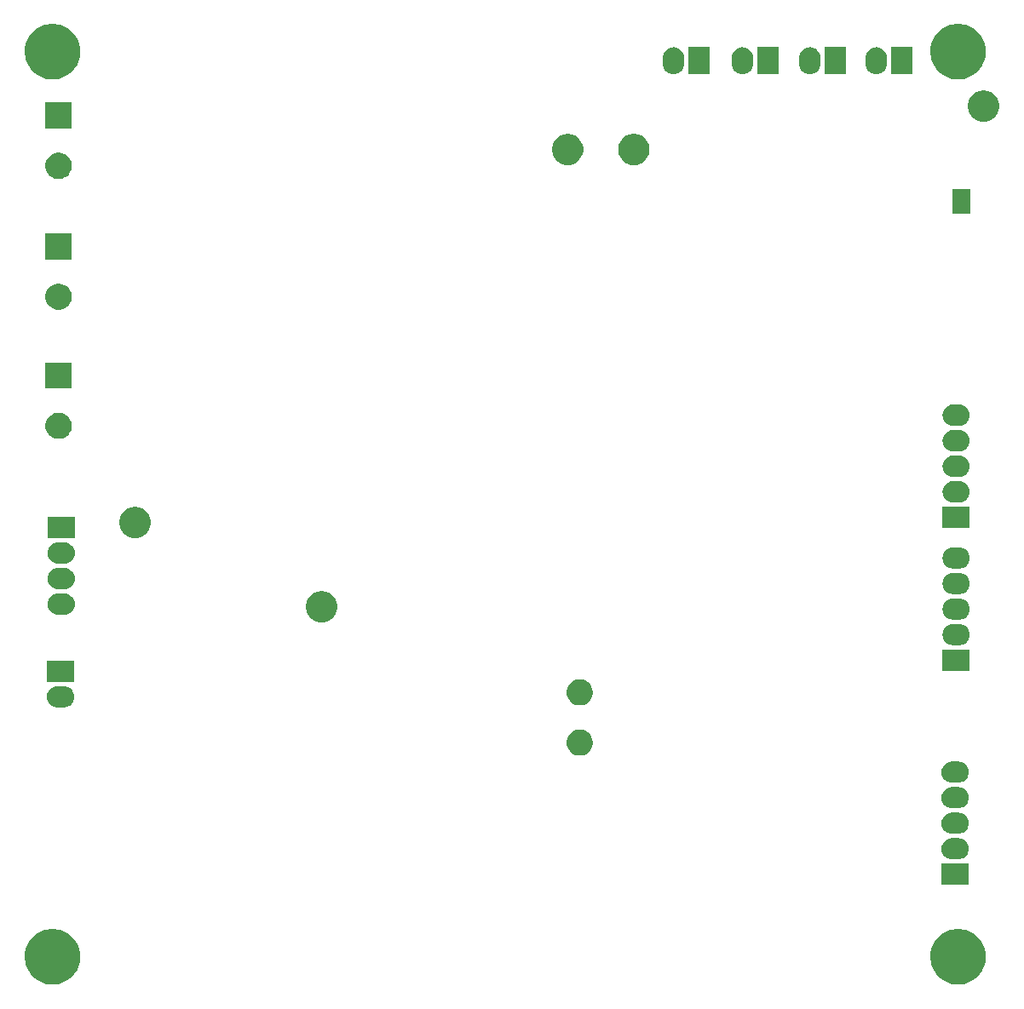
<source format=gbr>
G04 #@! TF.GenerationSoftware,KiCad,Pcbnew,5.1.0-unknown-c054944~86~ubuntu19.04.1*
G04 #@! TF.CreationDate,2019-05-13T10:23:20-04:00*
G04 #@! TF.ProjectId,BMS-Master,424d532d-4d61-4737-9465-722e6b696361,V0.2*
G04 #@! TF.SameCoordinates,Original*
G04 #@! TF.FileFunction,Soldermask,Bot*
G04 #@! TF.FilePolarity,Negative*
%FSLAX46Y46*%
G04 Gerber Fmt 4.6, Leading zero omitted, Abs format (unit mm)*
G04 Created by KiCad (PCBNEW 5.1.0-unknown-c054944~86~ubuntu19.04.1) date 2019-05-13 10:23:20*
%MOMM*%
%LPD*%
G04 APERTURE LIST*
%ADD10C,0.100000*%
G04 APERTURE END LIST*
D10*
G36*
X95536693Y-92301859D02*
G01*
X95802437Y-92354719D01*
X96303087Y-92562095D01*
X96483561Y-92682684D01*
X96753660Y-92863158D01*
X97136842Y-93246340D01*
X97317316Y-93516439D01*
X97437905Y-93696913D01*
X97571363Y-94019109D01*
X97645281Y-94197564D01*
X97751000Y-94729049D01*
X97751000Y-95270951D01*
X97715186Y-95451000D01*
X97645281Y-95802437D01*
X97437905Y-96303087D01*
X97381521Y-96387471D01*
X97136842Y-96753660D01*
X96753660Y-97136842D01*
X96490774Y-97312496D01*
X96303087Y-97437905D01*
X95802437Y-97645281D01*
X95536693Y-97698141D01*
X95270951Y-97751000D01*
X94729049Y-97751000D01*
X94463306Y-97698140D01*
X94197563Y-97645281D01*
X93696913Y-97437905D01*
X93509226Y-97312496D01*
X93246340Y-97136842D01*
X92863158Y-96753660D01*
X92618479Y-96387471D01*
X92562095Y-96303087D01*
X92354719Y-95802437D01*
X92284814Y-95451000D01*
X92249000Y-95270951D01*
X92249000Y-94729049D01*
X92354719Y-94197564D01*
X92428637Y-94019109D01*
X92562095Y-93696913D01*
X92682684Y-93516439D01*
X92863158Y-93246340D01*
X93246340Y-92863158D01*
X93516439Y-92682684D01*
X93696913Y-92562095D01*
X94197563Y-92354719D01*
X94463307Y-92301859D01*
X94729049Y-92249000D01*
X95270951Y-92249000D01*
X95536693Y-92301859D01*
X95536693Y-92301859D01*
G37*
G36*
X5536693Y-92301859D02*
G01*
X5802437Y-92354719D01*
X6303087Y-92562095D01*
X6483561Y-92682684D01*
X6753660Y-92863158D01*
X7136842Y-93246340D01*
X7317316Y-93516439D01*
X7437905Y-93696913D01*
X7571363Y-94019109D01*
X7645281Y-94197564D01*
X7751000Y-94729049D01*
X7751000Y-95270951D01*
X7715186Y-95451000D01*
X7645281Y-95802437D01*
X7437905Y-96303087D01*
X7381521Y-96387471D01*
X7136842Y-96753660D01*
X6753660Y-97136842D01*
X6490774Y-97312496D01*
X6303087Y-97437905D01*
X5802437Y-97645281D01*
X5536694Y-97698140D01*
X5270951Y-97751000D01*
X4729049Y-97751000D01*
X4463306Y-97698140D01*
X4197563Y-97645281D01*
X3696913Y-97437905D01*
X3509226Y-97312496D01*
X3246340Y-97136842D01*
X2863158Y-96753660D01*
X2618479Y-96387471D01*
X2562095Y-96303087D01*
X2354719Y-95802437D01*
X2284814Y-95451000D01*
X2249000Y-95270951D01*
X2249000Y-94729049D01*
X2354719Y-94197564D01*
X2428637Y-94019109D01*
X2562095Y-93696913D01*
X2682684Y-93516439D01*
X2863158Y-93246340D01*
X3246340Y-92863158D01*
X3516439Y-92682684D01*
X3696913Y-92562095D01*
X4197563Y-92354719D01*
X4463307Y-92301859D01*
X4729049Y-92249000D01*
X5270951Y-92249000D01*
X5536693Y-92301859D01*
X5536693Y-92301859D01*
G37*
G36*
X96051000Y-87851000D02*
G01*
X93349000Y-87851000D01*
X93349000Y-85749000D01*
X96051000Y-85749000D01*
X96051000Y-87851000D01*
X96051000Y-87851000D01*
G37*
G36*
X95103097Y-83214069D02*
G01*
X95206032Y-83224207D01*
X95404146Y-83284305D01*
X95404149Y-83284306D01*
X95500975Y-83336061D01*
X95586729Y-83381897D01*
X95746765Y-83513235D01*
X95878103Y-83673271D01*
X95923939Y-83759025D01*
X95975694Y-83855851D01*
X95975695Y-83855854D01*
X96035793Y-84053968D01*
X96056085Y-84260000D01*
X96035793Y-84466032D01*
X95975695Y-84664146D01*
X95975694Y-84664149D01*
X95923939Y-84760975D01*
X95878103Y-84846729D01*
X95746765Y-85006765D01*
X95586729Y-85138103D01*
X95500975Y-85183939D01*
X95404149Y-85235694D01*
X95404146Y-85235695D01*
X95206032Y-85295793D01*
X95103097Y-85305931D01*
X95051631Y-85311000D01*
X94348369Y-85311000D01*
X94296903Y-85305931D01*
X94193968Y-85295793D01*
X93995854Y-85235695D01*
X93995851Y-85235694D01*
X93899025Y-85183939D01*
X93813271Y-85138103D01*
X93653235Y-85006765D01*
X93521897Y-84846729D01*
X93476061Y-84760975D01*
X93424306Y-84664149D01*
X93424305Y-84664146D01*
X93364207Y-84466032D01*
X93343915Y-84260000D01*
X93364207Y-84053968D01*
X93424305Y-83855854D01*
X93424306Y-83855851D01*
X93476061Y-83759025D01*
X93521897Y-83673271D01*
X93653235Y-83513235D01*
X93813271Y-83381897D01*
X93899025Y-83336061D01*
X93995851Y-83284306D01*
X93995854Y-83284305D01*
X94193968Y-83224207D01*
X94296903Y-83214069D01*
X94348369Y-83209000D01*
X95051631Y-83209000D01*
X95103097Y-83214069D01*
X95103097Y-83214069D01*
G37*
G36*
X95103097Y-80674069D02*
G01*
X95206032Y-80684207D01*
X95404146Y-80744305D01*
X95404149Y-80744306D01*
X95500975Y-80796061D01*
X95586729Y-80841897D01*
X95746765Y-80973235D01*
X95878103Y-81133271D01*
X95923939Y-81219025D01*
X95975694Y-81315851D01*
X95975695Y-81315854D01*
X96035793Y-81513968D01*
X96056085Y-81720000D01*
X96035793Y-81926032D01*
X95975695Y-82124146D01*
X95975694Y-82124149D01*
X95923939Y-82220975D01*
X95878103Y-82306729D01*
X95746765Y-82466765D01*
X95586729Y-82598103D01*
X95500975Y-82643939D01*
X95404149Y-82695694D01*
X95404146Y-82695695D01*
X95206032Y-82755793D01*
X95103097Y-82765931D01*
X95051631Y-82771000D01*
X94348369Y-82771000D01*
X94296903Y-82765931D01*
X94193968Y-82755793D01*
X93995854Y-82695695D01*
X93995851Y-82695694D01*
X93899025Y-82643939D01*
X93813271Y-82598103D01*
X93653235Y-82466765D01*
X93521897Y-82306729D01*
X93476061Y-82220975D01*
X93424306Y-82124149D01*
X93424305Y-82124146D01*
X93364207Y-81926032D01*
X93343915Y-81720000D01*
X93364207Y-81513968D01*
X93424305Y-81315854D01*
X93424306Y-81315851D01*
X93476061Y-81219025D01*
X93521897Y-81133271D01*
X93653235Y-80973235D01*
X93813271Y-80841897D01*
X93899025Y-80796061D01*
X93995851Y-80744306D01*
X93995854Y-80744305D01*
X94193968Y-80684207D01*
X94296903Y-80674069D01*
X94348369Y-80669000D01*
X95051631Y-80669000D01*
X95103097Y-80674069D01*
X95103097Y-80674069D01*
G37*
G36*
X95103097Y-78134069D02*
G01*
X95206032Y-78144207D01*
X95404146Y-78204305D01*
X95404149Y-78204306D01*
X95500975Y-78256061D01*
X95586729Y-78301897D01*
X95746765Y-78433235D01*
X95878103Y-78593271D01*
X95923939Y-78679025D01*
X95975694Y-78775851D01*
X95975695Y-78775854D01*
X96035793Y-78973968D01*
X96056085Y-79180000D01*
X96035793Y-79386032D01*
X95975695Y-79584146D01*
X95975694Y-79584149D01*
X95923939Y-79680975D01*
X95878103Y-79766729D01*
X95746765Y-79926765D01*
X95586729Y-80058103D01*
X95500975Y-80103939D01*
X95404149Y-80155694D01*
X95404146Y-80155695D01*
X95206032Y-80215793D01*
X95103097Y-80225931D01*
X95051631Y-80231000D01*
X94348369Y-80231000D01*
X94296903Y-80225931D01*
X94193968Y-80215793D01*
X93995854Y-80155695D01*
X93995851Y-80155694D01*
X93899025Y-80103939D01*
X93813271Y-80058103D01*
X93653235Y-79926765D01*
X93521897Y-79766729D01*
X93476061Y-79680975D01*
X93424306Y-79584149D01*
X93424305Y-79584146D01*
X93364207Y-79386032D01*
X93343915Y-79180000D01*
X93364207Y-78973968D01*
X93424305Y-78775854D01*
X93424306Y-78775851D01*
X93476061Y-78679025D01*
X93521897Y-78593271D01*
X93653235Y-78433235D01*
X93813271Y-78301897D01*
X93899025Y-78256061D01*
X93995851Y-78204306D01*
X93995854Y-78204305D01*
X94193968Y-78144207D01*
X94296903Y-78134069D01*
X94348369Y-78129000D01*
X95051631Y-78129000D01*
X95103097Y-78134069D01*
X95103097Y-78134069D01*
G37*
G36*
X95103097Y-75594069D02*
G01*
X95206032Y-75604207D01*
X95404146Y-75664305D01*
X95404149Y-75664306D01*
X95500975Y-75716061D01*
X95586729Y-75761897D01*
X95746765Y-75893235D01*
X95878103Y-76053271D01*
X95923939Y-76139025D01*
X95975694Y-76235851D01*
X95975695Y-76235854D01*
X96035793Y-76433968D01*
X96056085Y-76640000D01*
X96035793Y-76846032D01*
X95975695Y-77044146D01*
X95975694Y-77044149D01*
X95923939Y-77140975D01*
X95878103Y-77226729D01*
X95746765Y-77386765D01*
X95586729Y-77518103D01*
X95500975Y-77563939D01*
X95404149Y-77615694D01*
X95404146Y-77615695D01*
X95206032Y-77675793D01*
X95103097Y-77685931D01*
X95051631Y-77691000D01*
X94348369Y-77691000D01*
X94296903Y-77685931D01*
X94193968Y-77675793D01*
X93995854Y-77615695D01*
X93995851Y-77615694D01*
X93899025Y-77563939D01*
X93813271Y-77518103D01*
X93653235Y-77386765D01*
X93521897Y-77226729D01*
X93476061Y-77140975D01*
X93424306Y-77044149D01*
X93424305Y-77044146D01*
X93364207Y-76846032D01*
X93343915Y-76640000D01*
X93364207Y-76433968D01*
X93424305Y-76235854D01*
X93424306Y-76235851D01*
X93476061Y-76139025D01*
X93521897Y-76053271D01*
X93653235Y-75893235D01*
X93813271Y-75761897D01*
X93899025Y-75716061D01*
X93995851Y-75664306D01*
X93995854Y-75664305D01*
X94193968Y-75604207D01*
X94296903Y-75594069D01*
X94348369Y-75589000D01*
X95051631Y-75589000D01*
X95103097Y-75594069D01*
X95103097Y-75594069D01*
G37*
G36*
X57779393Y-72449304D02*
G01*
X58016101Y-72547352D01*
X58016103Y-72547353D01*
X58229135Y-72689696D01*
X58410304Y-72870865D01*
X58552647Y-73083897D01*
X58552648Y-73083899D01*
X58650696Y-73320607D01*
X58700680Y-73571893D01*
X58700680Y-73828107D01*
X58650696Y-74079393D01*
X58552648Y-74316101D01*
X58552647Y-74316103D01*
X58410304Y-74529135D01*
X58229135Y-74710304D01*
X58016103Y-74852647D01*
X58016102Y-74852648D01*
X58016101Y-74852648D01*
X57779393Y-74950696D01*
X57528107Y-75000680D01*
X57271893Y-75000680D01*
X57020607Y-74950696D01*
X56783899Y-74852648D01*
X56783898Y-74852648D01*
X56783897Y-74852647D01*
X56570865Y-74710304D01*
X56389696Y-74529135D01*
X56247353Y-74316103D01*
X56247352Y-74316101D01*
X56149304Y-74079393D01*
X56099320Y-73828107D01*
X56099320Y-73571893D01*
X56149304Y-73320607D01*
X56247352Y-73083899D01*
X56247353Y-73083897D01*
X56389696Y-72870865D01*
X56570865Y-72689696D01*
X56783897Y-72547353D01*
X56783899Y-72547352D01*
X57020607Y-72449304D01*
X57271893Y-72399320D01*
X57528107Y-72399320D01*
X57779393Y-72449304D01*
X57779393Y-72449304D01*
G37*
G36*
X6203097Y-68094069D02*
G01*
X6306032Y-68104207D01*
X6504146Y-68164305D01*
X6504149Y-68164306D01*
X6600975Y-68216061D01*
X6686729Y-68261897D01*
X6846765Y-68393235D01*
X6978103Y-68553271D01*
X6988057Y-68571894D01*
X7075694Y-68735851D01*
X7075695Y-68735854D01*
X7135793Y-68933968D01*
X7156085Y-69140000D01*
X7135793Y-69346032D01*
X7075695Y-69544146D01*
X7075694Y-69544149D01*
X7023939Y-69640975D01*
X6978103Y-69726729D01*
X6846765Y-69886765D01*
X6686729Y-70018103D01*
X6600975Y-70063939D01*
X6504149Y-70115694D01*
X6504146Y-70115695D01*
X6306032Y-70175793D01*
X6203097Y-70185931D01*
X6151631Y-70191000D01*
X5448369Y-70191000D01*
X5396903Y-70185931D01*
X5293968Y-70175793D01*
X5095854Y-70115695D01*
X5095851Y-70115694D01*
X4999025Y-70063939D01*
X4913271Y-70018103D01*
X4753235Y-69886765D01*
X4621897Y-69726729D01*
X4576061Y-69640975D01*
X4524306Y-69544149D01*
X4524305Y-69544146D01*
X4464207Y-69346032D01*
X4443915Y-69140000D01*
X4464207Y-68933968D01*
X4524305Y-68735854D01*
X4524306Y-68735851D01*
X4611943Y-68571894D01*
X4621897Y-68553271D01*
X4753235Y-68393235D01*
X4913271Y-68261897D01*
X4999025Y-68216061D01*
X5095851Y-68164306D01*
X5095854Y-68164305D01*
X5293968Y-68104207D01*
X5396903Y-68094069D01*
X5448369Y-68089000D01*
X6151631Y-68089000D01*
X6203097Y-68094069D01*
X6203097Y-68094069D01*
G37*
G36*
X57779393Y-67449304D02*
G01*
X58016101Y-67547352D01*
X58016103Y-67547353D01*
X58229135Y-67689696D01*
X58410304Y-67870865D01*
X58552647Y-68083897D01*
X58552648Y-68083899D01*
X58650696Y-68320607D01*
X58700680Y-68571893D01*
X58700680Y-68828107D01*
X58650696Y-69079393D01*
X58552648Y-69316101D01*
X58552647Y-69316103D01*
X58410304Y-69529135D01*
X58229135Y-69710304D01*
X58016103Y-69852647D01*
X58016102Y-69852648D01*
X58016101Y-69852648D01*
X57779393Y-69950696D01*
X57528107Y-70000680D01*
X57271893Y-70000680D01*
X57020607Y-69950696D01*
X56783899Y-69852648D01*
X56783898Y-69852648D01*
X56783897Y-69852647D01*
X56570865Y-69710304D01*
X56389696Y-69529135D01*
X56247353Y-69316103D01*
X56247352Y-69316101D01*
X56149304Y-69079393D01*
X56099320Y-68828107D01*
X56099320Y-68571893D01*
X56149304Y-68320607D01*
X56247352Y-68083899D01*
X56247353Y-68083897D01*
X56389696Y-67870865D01*
X56570865Y-67689696D01*
X56783897Y-67547353D01*
X56783899Y-67547352D01*
X57020607Y-67449304D01*
X57271893Y-67399320D01*
X57528107Y-67399320D01*
X57779393Y-67449304D01*
X57779393Y-67449304D01*
G37*
G36*
X7151000Y-67651000D02*
G01*
X4449000Y-67651000D01*
X4449000Y-65549000D01*
X7151000Y-65549000D01*
X7151000Y-67651000D01*
X7151000Y-67651000D01*
G37*
G36*
X96151000Y-66551000D02*
G01*
X93449000Y-66551000D01*
X93449000Y-64449000D01*
X96151000Y-64449000D01*
X96151000Y-66551000D01*
X96151000Y-66551000D01*
G37*
G36*
X95203097Y-61914069D02*
G01*
X95306032Y-61924207D01*
X95504146Y-61984305D01*
X95504149Y-61984306D01*
X95600975Y-62036061D01*
X95686729Y-62081897D01*
X95846765Y-62213235D01*
X95978103Y-62373271D01*
X96023939Y-62459025D01*
X96075694Y-62555851D01*
X96075695Y-62555854D01*
X96135793Y-62753968D01*
X96156085Y-62960000D01*
X96135793Y-63166032D01*
X96075695Y-63364146D01*
X96075694Y-63364149D01*
X96023939Y-63460975D01*
X95978103Y-63546729D01*
X95846765Y-63706765D01*
X95686729Y-63838103D01*
X95600975Y-63883939D01*
X95504149Y-63935694D01*
X95504146Y-63935695D01*
X95306032Y-63995793D01*
X95203097Y-64005931D01*
X95151631Y-64011000D01*
X94448369Y-64011000D01*
X94396903Y-64005931D01*
X94293968Y-63995793D01*
X94095854Y-63935695D01*
X94095851Y-63935694D01*
X93999025Y-63883939D01*
X93913271Y-63838103D01*
X93753235Y-63706765D01*
X93621897Y-63546729D01*
X93576061Y-63460975D01*
X93524306Y-63364149D01*
X93524305Y-63364146D01*
X93464207Y-63166032D01*
X93443915Y-62960000D01*
X93464207Y-62753968D01*
X93524305Y-62555854D01*
X93524306Y-62555851D01*
X93576061Y-62459025D01*
X93621897Y-62373271D01*
X93753235Y-62213235D01*
X93913271Y-62081897D01*
X93999025Y-62036061D01*
X94095851Y-61984306D01*
X94095854Y-61984305D01*
X94293968Y-61924207D01*
X94396903Y-61914069D01*
X94448369Y-61909000D01*
X95151631Y-61909000D01*
X95203097Y-61914069D01*
X95203097Y-61914069D01*
G37*
G36*
X32052585Y-58676802D02*
G01*
X32202410Y-58706604D01*
X32484674Y-58823521D01*
X32738705Y-58993259D01*
X32954741Y-59209295D01*
X33124479Y-59463326D01*
X33241396Y-59745590D01*
X33301000Y-60045240D01*
X33301000Y-60350760D01*
X33241396Y-60650410D01*
X33124479Y-60932674D01*
X32954741Y-61186705D01*
X32738705Y-61402741D01*
X32484674Y-61572479D01*
X32202410Y-61689396D01*
X32052585Y-61719198D01*
X31902761Y-61749000D01*
X31597239Y-61749000D01*
X31447415Y-61719198D01*
X31297590Y-61689396D01*
X31015326Y-61572479D01*
X30761295Y-61402741D01*
X30545259Y-61186705D01*
X30375521Y-60932674D01*
X30258604Y-60650410D01*
X30199000Y-60350760D01*
X30199000Y-60045240D01*
X30258604Y-59745590D01*
X30375521Y-59463326D01*
X30545259Y-59209295D01*
X30761295Y-58993259D01*
X31015326Y-58823521D01*
X31297590Y-58706604D01*
X31447415Y-58676802D01*
X31597239Y-58647000D01*
X31902761Y-58647000D01*
X32052585Y-58676802D01*
X32052585Y-58676802D01*
G37*
G36*
X95203097Y-59374069D02*
G01*
X95306032Y-59384207D01*
X95504146Y-59444305D01*
X95504149Y-59444306D01*
X95539736Y-59463328D01*
X95686729Y-59541897D01*
X95846765Y-59673235D01*
X95978103Y-59833271D01*
X96023939Y-59919025D01*
X96075694Y-60015851D01*
X96075695Y-60015854D01*
X96135793Y-60213968D01*
X96156085Y-60420000D01*
X96135793Y-60626032D01*
X96083595Y-60798103D01*
X96075694Y-60824149D01*
X96037452Y-60895694D01*
X95978103Y-61006729D01*
X95846765Y-61166765D01*
X95686729Y-61298103D01*
X95600975Y-61343939D01*
X95504149Y-61395694D01*
X95504146Y-61395695D01*
X95306032Y-61455793D01*
X95203097Y-61465931D01*
X95151631Y-61471000D01*
X94448369Y-61471000D01*
X94396903Y-61465931D01*
X94293968Y-61455793D01*
X94095854Y-61395695D01*
X94095851Y-61395694D01*
X93999025Y-61343939D01*
X93913271Y-61298103D01*
X93753235Y-61166765D01*
X93621897Y-61006729D01*
X93562548Y-60895694D01*
X93524306Y-60824149D01*
X93516405Y-60798103D01*
X93464207Y-60626032D01*
X93443915Y-60420000D01*
X93464207Y-60213968D01*
X93524305Y-60015854D01*
X93524306Y-60015851D01*
X93576061Y-59919025D01*
X93621897Y-59833271D01*
X93753235Y-59673235D01*
X93913271Y-59541897D01*
X94060264Y-59463328D01*
X94095851Y-59444306D01*
X94095854Y-59444305D01*
X94293968Y-59384207D01*
X94396903Y-59374069D01*
X94448369Y-59369000D01*
X95151631Y-59369000D01*
X95203097Y-59374069D01*
X95203097Y-59374069D01*
G37*
G36*
X6264777Y-58874069D02*
G01*
X6367712Y-58884207D01*
X6565826Y-58944305D01*
X6565829Y-58944306D01*
X6657413Y-58993259D01*
X6748409Y-59041897D01*
X6908445Y-59173235D01*
X7039783Y-59333271D01*
X7085619Y-59419025D01*
X7137374Y-59515851D01*
X7137375Y-59515854D01*
X7197473Y-59713968D01*
X7217765Y-59920000D01*
X7197473Y-60126032D01*
X7170797Y-60213970D01*
X7137374Y-60324149D01*
X7086140Y-60420000D01*
X7039783Y-60506729D01*
X6908445Y-60666765D01*
X6748409Y-60798103D01*
X6699680Y-60824149D01*
X6565829Y-60895694D01*
X6565826Y-60895695D01*
X6367712Y-60955793D01*
X6264777Y-60965931D01*
X6213311Y-60971000D01*
X5510049Y-60971000D01*
X5458583Y-60965931D01*
X5355648Y-60955793D01*
X5157534Y-60895695D01*
X5157531Y-60895694D01*
X5023680Y-60824149D01*
X4974951Y-60798103D01*
X4814915Y-60666765D01*
X4683577Y-60506729D01*
X4637220Y-60420000D01*
X4585986Y-60324149D01*
X4552563Y-60213970D01*
X4525887Y-60126032D01*
X4505595Y-59920000D01*
X4525887Y-59713968D01*
X4585985Y-59515854D01*
X4585986Y-59515851D01*
X4637741Y-59419025D01*
X4683577Y-59333271D01*
X4814915Y-59173235D01*
X4974951Y-59041897D01*
X5065947Y-58993259D01*
X5157531Y-58944306D01*
X5157534Y-58944305D01*
X5355648Y-58884207D01*
X5458583Y-58874069D01*
X5510049Y-58869000D01*
X6213311Y-58869000D01*
X6264777Y-58874069D01*
X6264777Y-58874069D01*
G37*
G36*
X95203097Y-56834069D02*
G01*
X95306032Y-56844207D01*
X95504146Y-56904305D01*
X95504149Y-56904306D01*
X95600975Y-56956061D01*
X95686729Y-57001897D01*
X95846765Y-57133235D01*
X95978103Y-57293271D01*
X96023939Y-57379025D01*
X96075694Y-57475851D01*
X96075695Y-57475854D01*
X96135793Y-57673968D01*
X96156085Y-57880000D01*
X96135793Y-58086032D01*
X96083595Y-58258103D01*
X96075694Y-58284149D01*
X96037452Y-58355694D01*
X95978103Y-58466729D01*
X95846765Y-58626765D01*
X95686729Y-58758103D01*
X95600975Y-58803939D01*
X95504149Y-58855694D01*
X95504146Y-58855695D01*
X95306032Y-58915793D01*
X95203097Y-58925931D01*
X95151631Y-58931000D01*
X94448369Y-58931000D01*
X94396903Y-58925931D01*
X94293968Y-58915793D01*
X94095854Y-58855695D01*
X94095851Y-58855694D01*
X93999025Y-58803939D01*
X93913271Y-58758103D01*
X93753235Y-58626765D01*
X93621897Y-58466729D01*
X93562548Y-58355694D01*
X93524306Y-58284149D01*
X93516405Y-58258103D01*
X93464207Y-58086032D01*
X93443915Y-57880000D01*
X93464207Y-57673968D01*
X93524305Y-57475854D01*
X93524306Y-57475851D01*
X93576061Y-57379025D01*
X93621897Y-57293271D01*
X93753235Y-57133235D01*
X93913271Y-57001897D01*
X93999025Y-56956061D01*
X94095851Y-56904306D01*
X94095854Y-56904305D01*
X94293968Y-56844207D01*
X94396903Y-56834069D01*
X94448369Y-56829000D01*
X95151631Y-56829000D01*
X95203097Y-56834069D01*
X95203097Y-56834069D01*
G37*
G36*
X6264777Y-56334069D02*
G01*
X6367712Y-56344207D01*
X6565826Y-56404305D01*
X6565829Y-56404306D01*
X6662655Y-56456061D01*
X6748409Y-56501897D01*
X6908445Y-56633235D01*
X7039783Y-56793271D01*
X7085619Y-56879025D01*
X7137374Y-56975851D01*
X7137375Y-56975854D01*
X7197473Y-57173968D01*
X7217765Y-57380000D01*
X7197473Y-57586032D01*
X7170797Y-57673970D01*
X7137374Y-57784149D01*
X7086140Y-57880000D01*
X7039783Y-57966729D01*
X6908445Y-58126765D01*
X6748409Y-58258103D01*
X6699680Y-58284149D01*
X6565829Y-58355694D01*
X6565826Y-58355695D01*
X6367712Y-58415793D01*
X6264777Y-58425931D01*
X6213311Y-58431000D01*
X5510049Y-58431000D01*
X5458583Y-58425931D01*
X5355648Y-58415793D01*
X5157534Y-58355695D01*
X5157531Y-58355694D01*
X5023680Y-58284149D01*
X4974951Y-58258103D01*
X4814915Y-58126765D01*
X4683577Y-57966729D01*
X4637220Y-57880000D01*
X4585986Y-57784149D01*
X4552563Y-57673970D01*
X4525887Y-57586032D01*
X4505595Y-57380000D01*
X4525887Y-57173968D01*
X4585985Y-56975854D01*
X4585986Y-56975851D01*
X4637741Y-56879025D01*
X4683577Y-56793271D01*
X4814915Y-56633235D01*
X4974951Y-56501897D01*
X5060705Y-56456061D01*
X5157531Y-56404306D01*
X5157534Y-56404305D01*
X5355648Y-56344207D01*
X5458583Y-56334069D01*
X5510049Y-56329000D01*
X6213311Y-56329000D01*
X6264777Y-56334069D01*
X6264777Y-56334069D01*
G37*
G36*
X95203097Y-54294069D02*
G01*
X95306032Y-54304207D01*
X95504146Y-54364305D01*
X95504149Y-54364306D01*
X95600975Y-54416061D01*
X95686729Y-54461897D01*
X95846765Y-54593235D01*
X95978103Y-54753271D01*
X96023939Y-54839025D01*
X96075694Y-54935851D01*
X96075695Y-54935854D01*
X96135793Y-55133968D01*
X96156085Y-55340000D01*
X96135793Y-55546032D01*
X96083595Y-55718103D01*
X96075694Y-55744149D01*
X96037452Y-55815694D01*
X95978103Y-55926729D01*
X95846765Y-56086765D01*
X95686729Y-56218103D01*
X95600975Y-56263939D01*
X95504149Y-56315694D01*
X95504146Y-56315695D01*
X95306032Y-56375793D01*
X95203097Y-56385931D01*
X95151631Y-56391000D01*
X94448369Y-56391000D01*
X94396903Y-56385931D01*
X94293968Y-56375793D01*
X94095854Y-56315695D01*
X94095851Y-56315694D01*
X93999025Y-56263939D01*
X93913271Y-56218103D01*
X93753235Y-56086765D01*
X93621897Y-55926729D01*
X93562548Y-55815694D01*
X93524306Y-55744149D01*
X93516405Y-55718103D01*
X93464207Y-55546032D01*
X93443915Y-55340000D01*
X93464207Y-55133968D01*
X93524305Y-54935854D01*
X93524306Y-54935851D01*
X93576061Y-54839025D01*
X93621897Y-54753271D01*
X93753235Y-54593235D01*
X93913271Y-54461897D01*
X93999025Y-54416061D01*
X94095851Y-54364306D01*
X94095854Y-54364305D01*
X94293968Y-54304207D01*
X94396903Y-54294069D01*
X94448369Y-54289000D01*
X95151631Y-54289000D01*
X95203097Y-54294069D01*
X95203097Y-54294069D01*
G37*
G36*
X6264777Y-53794069D02*
G01*
X6367712Y-53804207D01*
X6565826Y-53864305D01*
X6565829Y-53864306D01*
X6662655Y-53916061D01*
X6748409Y-53961897D01*
X6908445Y-54093235D01*
X7039783Y-54253271D01*
X7085619Y-54339025D01*
X7137374Y-54435851D01*
X7137375Y-54435854D01*
X7197473Y-54633968D01*
X7217765Y-54840000D01*
X7197473Y-55046032D01*
X7170797Y-55133970D01*
X7137374Y-55244149D01*
X7086140Y-55340000D01*
X7039783Y-55426729D01*
X6908445Y-55586765D01*
X6748409Y-55718103D01*
X6699680Y-55744149D01*
X6565829Y-55815694D01*
X6565826Y-55815695D01*
X6367712Y-55875793D01*
X6264777Y-55885931D01*
X6213311Y-55891000D01*
X5510049Y-55891000D01*
X5458583Y-55885931D01*
X5355648Y-55875793D01*
X5157534Y-55815695D01*
X5157531Y-55815694D01*
X5023680Y-55744149D01*
X4974951Y-55718103D01*
X4814915Y-55586765D01*
X4683577Y-55426729D01*
X4637220Y-55340000D01*
X4585986Y-55244149D01*
X4552563Y-55133970D01*
X4525887Y-55046032D01*
X4505595Y-54840000D01*
X4525887Y-54633968D01*
X4585985Y-54435854D01*
X4585986Y-54435851D01*
X4637741Y-54339025D01*
X4683577Y-54253271D01*
X4814915Y-54093235D01*
X4974951Y-53961897D01*
X5060705Y-53916061D01*
X5157531Y-53864306D01*
X5157534Y-53864305D01*
X5355648Y-53804207D01*
X5458583Y-53794069D01*
X5510049Y-53789000D01*
X6213311Y-53789000D01*
X6264777Y-53794069D01*
X6264777Y-53794069D01*
G37*
G36*
X13510585Y-50294802D02*
G01*
X13660410Y-50324604D01*
X13942674Y-50441521D01*
X14196705Y-50611259D01*
X14412741Y-50827295D01*
X14582479Y-51081326D01*
X14699396Y-51363590D01*
X14759000Y-51663240D01*
X14759000Y-51968760D01*
X14699396Y-52268410D01*
X14582479Y-52550674D01*
X14412741Y-52804705D01*
X14196705Y-53020741D01*
X13942674Y-53190479D01*
X13660410Y-53307396D01*
X13510585Y-53337198D01*
X13360761Y-53367000D01*
X13055239Y-53367000D01*
X12905415Y-53337198D01*
X12755590Y-53307396D01*
X12473326Y-53190479D01*
X12219295Y-53020741D01*
X12003259Y-52804705D01*
X11833521Y-52550674D01*
X11716604Y-52268410D01*
X11657000Y-51968760D01*
X11657000Y-51663240D01*
X11716604Y-51363590D01*
X11833521Y-51081326D01*
X12003259Y-50827295D01*
X12219295Y-50611259D01*
X12473326Y-50441521D01*
X12755590Y-50324604D01*
X12905415Y-50294802D01*
X13055239Y-50265000D01*
X13360761Y-50265000D01*
X13510585Y-50294802D01*
X13510585Y-50294802D01*
G37*
G36*
X7212680Y-53351000D02*
G01*
X4510680Y-53351000D01*
X4510680Y-51249000D01*
X7212680Y-51249000D01*
X7212680Y-53351000D01*
X7212680Y-53351000D01*
G37*
G36*
X96151000Y-52351000D02*
G01*
X93449000Y-52351000D01*
X93449000Y-50249000D01*
X96151000Y-50249000D01*
X96151000Y-52351000D01*
X96151000Y-52351000D01*
G37*
G36*
X95203097Y-47714069D02*
G01*
X95306032Y-47724207D01*
X95504146Y-47784305D01*
X95504149Y-47784306D01*
X95600975Y-47836061D01*
X95686729Y-47881897D01*
X95846765Y-48013235D01*
X95978103Y-48173271D01*
X96023939Y-48259025D01*
X96075694Y-48355851D01*
X96075695Y-48355854D01*
X96135793Y-48553968D01*
X96156085Y-48760000D01*
X96135793Y-48966032D01*
X96075695Y-49164146D01*
X96075694Y-49164149D01*
X96023939Y-49260975D01*
X95978103Y-49346729D01*
X95846765Y-49506765D01*
X95686729Y-49638103D01*
X95600975Y-49683939D01*
X95504149Y-49735694D01*
X95504146Y-49735695D01*
X95306032Y-49795793D01*
X95203097Y-49805931D01*
X95151631Y-49811000D01*
X94448369Y-49811000D01*
X94396903Y-49805931D01*
X94293968Y-49795793D01*
X94095854Y-49735695D01*
X94095851Y-49735694D01*
X93999025Y-49683939D01*
X93913271Y-49638103D01*
X93753235Y-49506765D01*
X93621897Y-49346729D01*
X93576061Y-49260975D01*
X93524306Y-49164149D01*
X93524305Y-49164146D01*
X93464207Y-48966032D01*
X93443915Y-48760000D01*
X93464207Y-48553968D01*
X93524305Y-48355854D01*
X93524306Y-48355851D01*
X93576061Y-48259025D01*
X93621897Y-48173271D01*
X93753235Y-48013235D01*
X93913271Y-47881897D01*
X93999025Y-47836061D01*
X94095851Y-47784306D01*
X94095854Y-47784305D01*
X94293968Y-47724207D01*
X94396903Y-47714069D01*
X94448369Y-47709000D01*
X95151631Y-47709000D01*
X95203097Y-47714069D01*
X95203097Y-47714069D01*
G37*
G36*
X95203097Y-45174069D02*
G01*
X95306032Y-45184207D01*
X95504146Y-45244305D01*
X95504149Y-45244306D01*
X95600975Y-45296061D01*
X95686729Y-45341897D01*
X95846765Y-45473235D01*
X95978103Y-45633271D01*
X96023939Y-45719025D01*
X96075694Y-45815851D01*
X96075695Y-45815854D01*
X96135793Y-46013968D01*
X96156085Y-46220000D01*
X96135793Y-46426032D01*
X96075695Y-46624146D01*
X96075694Y-46624149D01*
X96023939Y-46720975D01*
X95978103Y-46806729D01*
X95846765Y-46966765D01*
X95686729Y-47098103D01*
X95600975Y-47143939D01*
X95504149Y-47195694D01*
X95504146Y-47195695D01*
X95306032Y-47255793D01*
X95203097Y-47265931D01*
X95151631Y-47271000D01*
X94448369Y-47271000D01*
X94396903Y-47265931D01*
X94293968Y-47255793D01*
X94095854Y-47195695D01*
X94095851Y-47195694D01*
X93999025Y-47143939D01*
X93913271Y-47098103D01*
X93753235Y-46966765D01*
X93621897Y-46806729D01*
X93576061Y-46720975D01*
X93524306Y-46624149D01*
X93524305Y-46624146D01*
X93464207Y-46426032D01*
X93443915Y-46220000D01*
X93464207Y-46013968D01*
X93524305Y-45815854D01*
X93524306Y-45815851D01*
X93576061Y-45719025D01*
X93621897Y-45633271D01*
X93753235Y-45473235D01*
X93913271Y-45341897D01*
X93999025Y-45296061D01*
X94095851Y-45244306D01*
X94095854Y-45244305D01*
X94293968Y-45184207D01*
X94396903Y-45174069D01*
X94448369Y-45169000D01*
X95151631Y-45169000D01*
X95203097Y-45174069D01*
X95203097Y-45174069D01*
G37*
G36*
X95203097Y-42634069D02*
G01*
X95306032Y-42644207D01*
X95504146Y-42704305D01*
X95504149Y-42704306D01*
X95600975Y-42756061D01*
X95686729Y-42801897D01*
X95846765Y-42933235D01*
X95978103Y-43093271D01*
X96023939Y-43179025D01*
X96075694Y-43275851D01*
X96075695Y-43275854D01*
X96135793Y-43473968D01*
X96156085Y-43680000D01*
X96135793Y-43886032D01*
X96075695Y-44084146D01*
X96075694Y-44084149D01*
X96023939Y-44180975D01*
X95978103Y-44266729D01*
X95846765Y-44426765D01*
X95686729Y-44558103D01*
X95600975Y-44603939D01*
X95504149Y-44655694D01*
X95504146Y-44655695D01*
X95306032Y-44715793D01*
X95203097Y-44725931D01*
X95151631Y-44731000D01*
X94448369Y-44731000D01*
X94396903Y-44725931D01*
X94293968Y-44715793D01*
X94095854Y-44655695D01*
X94095851Y-44655694D01*
X93999025Y-44603939D01*
X93913271Y-44558103D01*
X93753235Y-44426765D01*
X93621897Y-44266729D01*
X93576061Y-44180975D01*
X93524306Y-44084149D01*
X93524305Y-44084146D01*
X93464207Y-43886032D01*
X93443915Y-43680000D01*
X93464207Y-43473968D01*
X93524305Y-43275854D01*
X93524306Y-43275851D01*
X93576061Y-43179025D01*
X93621897Y-43093271D01*
X93753235Y-42933235D01*
X93913271Y-42801897D01*
X93999025Y-42756061D01*
X94095851Y-42704306D01*
X94095854Y-42704305D01*
X94293968Y-42644207D01*
X94396903Y-42634069D01*
X94448369Y-42629000D01*
X95151631Y-42629000D01*
X95203097Y-42634069D01*
X95203097Y-42634069D01*
G37*
G36*
X5979487Y-40948996D02*
G01*
X6216253Y-41047068D01*
X6216255Y-41047069D01*
X6355336Y-41140000D01*
X6429339Y-41189447D01*
X6610553Y-41370661D01*
X6752932Y-41583747D01*
X6851004Y-41820513D01*
X6901000Y-42071861D01*
X6901000Y-42328139D01*
X6851004Y-42579487D01*
X6799302Y-42704306D01*
X6752931Y-42816255D01*
X6610553Y-43029339D01*
X6429339Y-43210553D01*
X6216255Y-43352931D01*
X6216254Y-43352932D01*
X6216253Y-43352932D01*
X5979487Y-43451004D01*
X5728139Y-43501000D01*
X5471861Y-43501000D01*
X5220513Y-43451004D01*
X4983747Y-43352932D01*
X4983746Y-43352932D01*
X4983745Y-43352931D01*
X4770661Y-43210553D01*
X4589447Y-43029339D01*
X4447069Y-42816255D01*
X4400698Y-42704306D01*
X4348996Y-42579487D01*
X4299000Y-42328139D01*
X4299000Y-42071861D01*
X4348996Y-41820513D01*
X4447068Y-41583747D01*
X4589447Y-41370661D01*
X4770661Y-41189447D01*
X4844664Y-41140000D01*
X4983745Y-41047069D01*
X4983747Y-41047068D01*
X5220513Y-40948996D01*
X5471861Y-40899000D01*
X5728139Y-40899000D01*
X5979487Y-40948996D01*
X5979487Y-40948996D01*
G37*
G36*
X95203097Y-40094069D02*
G01*
X95306032Y-40104207D01*
X95504146Y-40164305D01*
X95504149Y-40164306D01*
X95600975Y-40216061D01*
X95686729Y-40261897D01*
X95846765Y-40393235D01*
X95978103Y-40553271D01*
X96023939Y-40639025D01*
X96075694Y-40735851D01*
X96075695Y-40735854D01*
X96135793Y-40933968D01*
X96156085Y-41140000D01*
X96135793Y-41346032D01*
X96075695Y-41544146D01*
X96075694Y-41544149D01*
X96054529Y-41583745D01*
X95978103Y-41726729D01*
X95846765Y-41886765D01*
X95686729Y-42018103D01*
X95600975Y-42063939D01*
X95504149Y-42115694D01*
X95504146Y-42115695D01*
X95306032Y-42175793D01*
X95203097Y-42185931D01*
X95151631Y-42191000D01*
X94448369Y-42191000D01*
X94396903Y-42185931D01*
X94293968Y-42175793D01*
X94095854Y-42115695D01*
X94095851Y-42115694D01*
X93999025Y-42063939D01*
X93913271Y-42018103D01*
X93753235Y-41886765D01*
X93621897Y-41726729D01*
X93545471Y-41583745D01*
X93524306Y-41544149D01*
X93524305Y-41544146D01*
X93464207Y-41346032D01*
X93443915Y-41140000D01*
X93464207Y-40933968D01*
X93524305Y-40735854D01*
X93524306Y-40735851D01*
X93576061Y-40639025D01*
X93621897Y-40553271D01*
X93753235Y-40393235D01*
X93913271Y-40261897D01*
X93999025Y-40216061D01*
X94095851Y-40164306D01*
X94095854Y-40164305D01*
X94293968Y-40104207D01*
X94396903Y-40094069D01*
X94448369Y-40089000D01*
X95151631Y-40089000D01*
X95203097Y-40094069D01*
X95203097Y-40094069D01*
G37*
G36*
X6901000Y-38501000D02*
G01*
X4299000Y-38501000D01*
X4299000Y-35899000D01*
X6901000Y-35899000D01*
X6901000Y-38501000D01*
X6901000Y-38501000D01*
G37*
G36*
X5979487Y-28098996D02*
G01*
X6216253Y-28197068D01*
X6216255Y-28197069D01*
X6429339Y-28339447D01*
X6610553Y-28520661D01*
X6752932Y-28733747D01*
X6851004Y-28970513D01*
X6901000Y-29221861D01*
X6901000Y-29478139D01*
X6851004Y-29729487D01*
X6752932Y-29966253D01*
X6752931Y-29966255D01*
X6610553Y-30179339D01*
X6429339Y-30360553D01*
X6216255Y-30502931D01*
X6216254Y-30502932D01*
X6216253Y-30502932D01*
X5979487Y-30601004D01*
X5728139Y-30651000D01*
X5471861Y-30651000D01*
X5220513Y-30601004D01*
X4983747Y-30502932D01*
X4983746Y-30502932D01*
X4983745Y-30502931D01*
X4770661Y-30360553D01*
X4589447Y-30179339D01*
X4447069Y-29966255D01*
X4447068Y-29966253D01*
X4348996Y-29729487D01*
X4299000Y-29478139D01*
X4299000Y-29221861D01*
X4348996Y-28970513D01*
X4447068Y-28733747D01*
X4589447Y-28520661D01*
X4770661Y-28339447D01*
X4983745Y-28197069D01*
X4983747Y-28197068D01*
X5220513Y-28098996D01*
X5471861Y-28049000D01*
X5728139Y-28049000D01*
X5979487Y-28098996D01*
X5979487Y-28098996D01*
G37*
G36*
X6901000Y-25651000D02*
G01*
X4299000Y-25651000D01*
X4299000Y-23049000D01*
X6901000Y-23049000D01*
X6901000Y-25651000D01*
X6901000Y-25651000D01*
G37*
G36*
X96179000Y-21151000D02*
G01*
X94427000Y-21151000D01*
X94427000Y-18649000D01*
X96179000Y-18649000D01*
X96179000Y-21151000D01*
X96179000Y-21151000D01*
G37*
G36*
X5979487Y-15098996D02*
G01*
X6216253Y-15197068D01*
X6216255Y-15197069D01*
X6429339Y-15339447D01*
X6610553Y-15520661D01*
X6752932Y-15733747D01*
X6851004Y-15970513D01*
X6901000Y-16221861D01*
X6901000Y-16478139D01*
X6851004Y-16729487D01*
X6752932Y-16966253D01*
X6752931Y-16966255D01*
X6610553Y-17179339D01*
X6429339Y-17360553D01*
X6216255Y-17502931D01*
X6216254Y-17502932D01*
X6216253Y-17502932D01*
X5979487Y-17601004D01*
X5728139Y-17651000D01*
X5471861Y-17651000D01*
X5220513Y-17601004D01*
X4983747Y-17502932D01*
X4983746Y-17502932D01*
X4983745Y-17502931D01*
X4770661Y-17360553D01*
X4589447Y-17179339D01*
X4447069Y-16966255D01*
X4447068Y-16966253D01*
X4348996Y-16729487D01*
X4299000Y-16478139D01*
X4299000Y-16221861D01*
X4348996Y-15970513D01*
X4447068Y-15733747D01*
X4589447Y-15520661D01*
X4770661Y-15339447D01*
X4983745Y-15197069D01*
X4983747Y-15197068D01*
X5220513Y-15098996D01*
X5471861Y-15049000D01*
X5728139Y-15049000D01*
X5979487Y-15098996D01*
X5979487Y-15098996D01*
G37*
G36*
X63065985Y-13210802D02*
G01*
X63215810Y-13240604D01*
X63498074Y-13357521D01*
X63752105Y-13527259D01*
X63968141Y-13743295D01*
X64137879Y-13997326D01*
X64254796Y-14279590D01*
X64314400Y-14579240D01*
X64314400Y-14884760D01*
X64254796Y-15184410D01*
X64137879Y-15466674D01*
X63968141Y-15720705D01*
X63752105Y-15936741D01*
X63498074Y-16106479D01*
X63215810Y-16223396D01*
X63065985Y-16253198D01*
X62916161Y-16283000D01*
X62610639Y-16283000D01*
X62460815Y-16253198D01*
X62310990Y-16223396D01*
X62028726Y-16106479D01*
X61774695Y-15936741D01*
X61558659Y-15720705D01*
X61388921Y-15466674D01*
X61272004Y-15184410D01*
X61212400Y-14884760D01*
X61212400Y-14579240D01*
X61272004Y-14279590D01*
X61388921Y-13997326D01*
X61558659Y-13743295D01*
X61774695Y-13527259D01*
X62028726Y-13357521D01*
X62310990Y-13240604D01*
X62460815Y-13210802D01*
X62610639Y-13181000D01*
X62916161Y-13181000D01*
X63065985Y-13210802D01*
X63065985Y-13210802D01*
G37*
G36*
X56487385Y-13210802D02*
G01*
X56637210Y-13240604D01*
X56919474Y-13357521D01*
X57173505Y-13527259D01*
X57389541Y-13743295D01*
X57559279Y-13997326D01*
X57676196Y-14279590D01*
X57735800Y-14579240D01*
X57735800Y-14884760D01*
X57676196Y-15184410D01*
X57559279Y-15466674D01*
X57389541Y-15720705D01*
X57173505Y-15936741D01*
X56919474Y-16106479D01*
X56637210Y-16223396D01*
X56487385Y-16253198D01*
X56337561Y-16283000D01*
X56032039Y-16283000D01*
X55882215Y-16253198D01*
X55732390Y-16223396D01*
X55450126Y-16106479D01*
X55196095Y-15936741D01*
X54980059Y-15720705D01*
X54810321Y-15466674D01*
X54693404Y-15184410D01*
X54633800Y-14884760D01*
X54633800Y-14579240D01*
X54693404Y-14279590D01*
X54810321Y-13997326D01*
X54980059Y-13743295D01*
X55196095Y-13527259D01*
X55450126Y-13357521D01*
X55732390Y-13240604D01*
X55882215Y-13210802D01*
X56032039Y-13181000D01*
X56337561Y-13181000D01*
X56487385Y-13210802D01*
X56487385Y-13210802D01*
G37*
G36*
X6901000Y-12651000D02*
G01*
X4299000Y-12651000D01*
X4299000Y-10049000D01*
X6901000Y-10049000D01*
X6901000Y-12651000D01*
X6901000Y-12651000D01*
G37*
G36*
X97813185Y-8892802D02*
G01*
X97963010Y-8922604D01*
X98245274Y-9039521D01*
X98499305Y-9209259D01*
X98715341Y-9425295D01*
X98885079Y-9679326D01*
X99001996Y-9961590D01*
X99061600Y-10261240D01*
X99061600Y-10566760D01*
X99001996Y-10866410D01*
X98885079Y-11148674D01*
X98715341Y-11402705D01*
X98499305Y-11618741D01*
X98245274Y-11788479D01*
X97963010Y-11905396D01*
X97813185Y-11935198D01*
X97663361Y-11965000D01*
X97357839Y-11965000D01*
X97208015Y-11935198D01*
X97058190Y-11905396D01*
X96775926Y-11788479D01*
X96521895Y-11618741D01*
X96305859Y-11402705D01*
X96136121Y-11148674D01*
X96019204Y-10866410D01*
X95959600Y-10566760D01*
X95959600Y-10261240D01*
X96019204Y-9961590D01*
X96136121Y-9679326D01*
X96305859Y-9425295D01*
X96521895Y-9209259D01*
X96775926Y-9039521D01*
X97058190Y-8922604D01*
X97208015Y-8892802D01*
X97357839Y-8863000D01*
X97663361Y-8863000D01*
X97813185Y-8892802D01*
X97813185Y-8892802D01*
G37*
G36*
X95536694Y-2301860D02*
G01*
X95802437Y-2354719D01*
X96303087Y-2562095D01*
X96483561Y-2682684D01*
X96753660Y-2863158D01*
X97136842Y-3246340D01*
X97317316Y-3516439D01*
X97437905Y-3696913D01*
X97571363Y-4019109D01*
X97645281Y-4197564D01*
X97751000Y-4729049D01*
X97751000Y-5270951D01*
X97715186Y-5451000D01*
X97645281Y-5802437D01*
X97437905Y-6303087D01*
X97369120Y-6406031D01*
X97136842Y-6753660D01*
X96753660Y-7136842D01*
X96490774Y-7312496D01*
X96303087Y-7437905D01*
X95802437Y-7645281D01*
X95536694Y-7698140D01*
X95270951Y-7751000D01*
X94729049Y-7751000D01*
X94463306Y-7698140D01*
X94197563Y-7645281D01*
X93696913Y-7437905D01*
X93509226Y-7312496D01*
X93246340Y-7136842D01*
X92863158Y-6753660D01*
X92630880Y-6406031D01*
X92562095Y-6303087D01*
X92354719Y-5802437D01*
X92284814Y-5451000D01*
X92249000Y-5270951D01*
X92249000Y-4729049D01*
X92354719Y-4197564D01*
X92428637Y-4019109D01*
X92562095Y-3696913D01*
X92682684Y-3516439D01*
X92863158Y-3246340D01*
X93246340Y-2863158D01*
X93516439Y-2682684D01*
X93696913Y-2562095D01*
X94197563Y-2354719D01*
X94463306Y-2301860D01*
X94729049Y-2249000D01*
X95270951Y-2249000D01*
X95536694Y-2301860D01*
X95536694Y-2301860D01*
G37*
G36*
X5536694Y-2301860D02*
G01*
X5802437Y-2354719D01*
X6303087Y-2562095D01*
X6483561Y-2682684D01*
X6753660Y-2863158D01*
X7136842Y-3246340D01*
X7317316Y-3516439D01*
X7437905Y-3696913D01*
X7571363Y-4019109D01*
X7645281Y-4197564D01*
X7751000Y-4729049D01*
X7751000Y-5270951D01*
X7715186Y-5451000D01*
X7645281Y-5802437D01*
X7437905Y-6303087D01*
X7369120Y-6406031D01*
X7136842Y-6753660D01*
X6753660Y-7136842D01*
X6490774Y-7312496D01*
X6303087Y-7437905D01*
X5802437Y-7645281D01*
X5536694Y-7698140D01*
X5270951Y-7751000D01*
X4729049Y-7751000D01*
X4463306Y-7698140D01*
X4197563Y-7645281D01*
X3696913Y-7437905D01*
X3509226Y-7312496D01*
X3246340Y-7136842D01*
X2863158Y-6753660D01*
X2630880Y-6406031D01*
X2562095Y-6303087D01*
X2354719Y-5802437D01*
X2284814Y-5451000D01*
X2249000Y-5270951D01*
X2249000Y-4729049D01*
X2354719Y-4197564D01*
X2428637Y-4019109D01*
X2562095Y-3696913D01*
X2682684Y-3516439D01*
X2863158Y-3246340D01*
X3246340Y-2863158D01*
X3516439Y-2682684D01*
X3696913Y-2562095D01*
X4197563Y-2354719D01*
X4463306Y-2301860D01*
X4729049Y-2249000D01*
X5270951Y-2249000D01*
X5536694Y-2301860D01*
X5536694Y-2301860D01*
G37*
G36*
X87066032Y-4564207D02*
G01*
X87264146Y-4624305D01*
X87264149Y-4624306D01*
X87311631Y-4649686D01*
X87446729Y-4721897D01*
X87606765Y-4853235D01*
X87738103Y-5013271D01*
X87754752Y-5044420D01*
X87835694Y-5195851D01*
X87835695Y-5195855D01*
X87895793Y-5393969D01*
X87911000Y-5548371D01*
X87911000Y-6251630D01*
X87895793Y-6406032D01*
X87848042Y-6563443D01*
X87835694Y-6604149D01*
X87797991Y-6674686D01*
X87738103Y-6786729D01*
X87606765Y-6946765D01*
X87446729Y-7078103D01*
X87336835Y-7136842D01*
X87264148Y-7175694D01*
X87264145Y-7175695D01*
X87066031Y-7235793D01*
X86860000Y-7256085D01*
X86653968Y-7235793D01*
X86455854Y-7175695D01*
X86455851Y-7175694D01*
X86359025Y-7123939D01*
X86273271Y-7078103D01*
X86113235Y-6946765D01*
X85981897Y-6786729D01*
X85884307Y-6604149D01*
X85884306Y-6604148D01*
X85880418Y-6591332D01*
X85824207Y-6406031D01*
X85809000Y-6251629D01*
X85809000Y-5548370D01*
X85824207Y-5393968D01*
X85843296Y-5331040D01*
X85884305Y-5195853D01*
X85965249Y-5044420D01*
X85981898Y-5013271D01*
X86113236Y-4853235D01*
X86273272Y-4721897D01*
X86408370Y-4649686D01*
X86455852Y-4624306D01*
X86455855Y-4624305D01*
X86653969Y-4564207D01*
X86860000Y-4543915D01*
X87066032Y-4564207D01*
X87066032Y-4564207D01*
G37*
G36*
X80466032Y-4564207D02*
G01*
X80664146Y-4624305D01*
X80664149Y-4624306D01*
X80711631Y-4649686D01*
X80846729Y-4721897D01*
X81006765Y-4853235D01*
X81138103Y-5013271D01*
X81154752Y-5044420D01*
X81235694Y-5195851D01*
X81235695Y-5195855D01*
X81295793Y-5393969D01*
X81311000Y-5548371D01*
X81311000Y-6251630D01*
X81295793Y-6406032D01*
X81248042Y-6563443D01*
X81235694Y-6604149D01*
X81197991Y-6674686D01*
X81138103Y-6786729D01*
X81006765Y-6946765D01*
X80846729Y-7078103D01*
X80736835Y-7136842D01*
X80664148Y-7175694D01*
X80664145Y-7175695D01*
X80466031Y-7235793D01*
X80260000Y-7256085D01*
X80053968Y-7235793D01*
X79855854Y-7175695D01*
X79855851Y-7175694D01*
X79759025Y-7123939D01*
X79673271Y-7078103D01*
X79513235Y-6946765D01*
X79381897Y-6786729D01*
X79284307Y-6604149D01*
X79284306Y-6604148D01*
X79280418Y-6591332D01*
X79224207Y-6406031D01*
X79209000Y-6251629D01*
X79209000Y-5548370D01*
X79224207Y-5393968D01*
X79243296Y-5331040D01*
X79284305Y-5195853D01*
X79365249Y-5044420D01*
X79381898Y-5013271D01*
X79513236Y-4853235D01*
X79673272Y-4721897D01*
X79808370Y-4649686D01*
X79855852Y-4624306D01*
X79855855Y-4624305D01*
X80053969Y-4564207D01*
X80260000Y-4543915D01*
X80466032Y-4564207D01*
X80466032Y-4564207D01*
G37*
G36*
X73766032Y-4564207D02*
G01*
X73964146Y-4624305D01*
X73964149Y-4624306D01*
X74011631Y-4649686D01*
X74146729Y-4721897D01*
X74306765Y-4853235D01*
X74438103Y-5013271D01*
X74454752Y-5044420D01*
X74535694Y-5195851D01*
X74535695Y-5195855D01*
X74595793Y-5393969D01*
X74611000Y-5548371D01*
X74611000Y-6251630D01*
X74595793Y-6406032D01*
X74548042Y-6563443D01*
X74535694Y-6604149D01*
X74497991Y-6674686D01*
X74438103Y-6786729D01*
X74306765Y-6946765D01*
X74146729Y-7078103D01*
X74036835Y-7136842D01*
X73964148Y-7175694D01*
X73964145Y-7175695D01*
X73766031Y-7235793D01*
X73560000Y-7256085D01*
X73353968Y-7235793D01*
X73155854Y-7175695D01*
X73155851Y-7175694D01*
X73059025Y-7123939D01*
X72973271Y-7078103D01*
X72813235Y-6946765D01*
X72681897Y-6786729D01*
X72584307Y-6604149D01*
X72584306Y-6604148D01*
X72580418Y-6591332D01*
X72524207Y-6406031D01*
X72509000Y-6251629D01*
X72509000Y-5548370D01*
X72524207Y-5393968D01*
X72543296Y-5331040D01*
X72584305Y-5195853D01*
X72665249Y-5044420D01*
X72681898Y-5013271D01*
X72813236Y-4853235D01*
X72973272Y-4721897D01*
X73108370Y-4649686D01*
X73155852Y-4624306D01*
X73155855Y-4624305D01*
X73353969Y-4564207D01*
X73560000Y-4543915D01*
X73766032Y-4564207D01*
X73766032Y-4564207D01*
G37*
G36*
X66916032Y-4564207D02*
G01*
X67114146Y-4624305D01*
X67114149Y-4624306D01*
X67161631Y-4649686D01*
X67296729Y-4721897D01*
X67456765Y-4853235D01*
X67588103Y-5013271D01*
X67604752Y-5044420D01*
X67685694Y-5195851D01*
X67685695Y-5195855D01*
X67745793Y-5393969D01*
X67761000Y-5548371D01*
X67761000Y-6251630D01*
X67745793Y-6406032D01*
X67698042Y-6563443D01*
X67685694Y-6604149D01*
X67647991Y-6674686D01*
X67588103Y-6786729D01*
X67456765Y-6946765D01*
X67296729Y-7078103D01*
X67186835Y-7136842D01*
X67114148Y-7175694D01*
X67114145Y-7175695D01*
X66916031Y-7235793D01*
X66710000Y-7256085D01*
X66503968Y-7235793D01*
X66305854Y-7175695D01*
X66305851Y-7175694D01*
X66209025Y-7123939D01*
X66123271Y-7078103D01*
X65963235Y-6946765D01*
X65831897Y-6786729D01*
X65734307Y-6604149D01*
X65734306Y-6604148D01*
X65730418Y-6591332D01*
X65674207Y-6406031D01*
X65659000Y-6251629D01*
X65659000Y-5548370D01*
X65674207Y-5393968D01*
X65693296Y-5331040D01*
X65734305Y-5195853D01*
X65815249Y-5044420D01*
X65831898Y-5013271D01*
X65963236Y-4853235D01*
X66123272Y-4721897D01*
X66258370Y-4649686D01*
X66305852Y-4624306D01*
X66305855Y-4624305D01*
X66503969Y-4564207D01*
X66710000Y-4543915D01*
X66916032Y-4564207D01*
X66916032Y-4564207D01*
G37*
G36*
X70301000Y-7251000D02*
G01*
X68199000Y-7251000D01*
X68199000Y-4549000D01*
X70301000Y-4549000D01*
X70301000Y-7251000D01*
X70301000Y-7251000D01*
G37*
G36*
X90451000Y-7251000D02*
G01*
X88349000Y-7251000D01*
X88349000Y-4549000D01*
X90451000Y-4549000D01*
X90451000Y-7251000D01*
X90451000Y-7251000D01*
G37*
G36*
X83851000Y-7251000D02*
G01*
X81749000Y-7251000D01*
X81749000Y-4549000D01*
X83851000Y-4549000D01*
X83851000Y-7251000D01*
X83851000Y-7251000D01*
G37*
G36*
X77151000Y-7251000D02*
G01*
X75049000Y-7251000D01*
X75049000Y-4549000D01*
X77151000Y-4549000D01*
X77151000Y-7251000D01*
X77151000Y-7251000D01*
G37*
M02*

</source>
